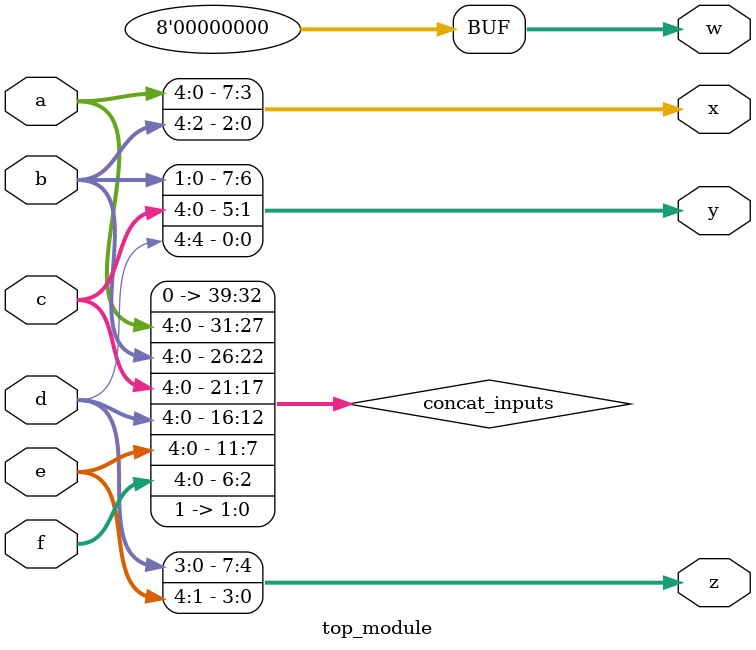
<source format=sv>
module top_module (
	input [4:0] a,
	input [4:0] b,
	input [4:0] c,
	input [4:0] d,
	input [4:0] e,
	input [4:0] f,
	output [7:0] w,
	output [7:0] x,
	output [7:0] y,
	output [7:0] z
);
	// Concatenation of inputs
	wire [39:0] concat_inputs;
	assign concat_inputs = {a, b, c, d, e, f, 2'b11};

	// Output ports
	assign w = concat_inputs[39:32];
	assign x = concat_inputs[31:24];
	assign y = concat_inputs[23:16];
	assign z = concat_inputs[15:8];
endmodule

</source>
